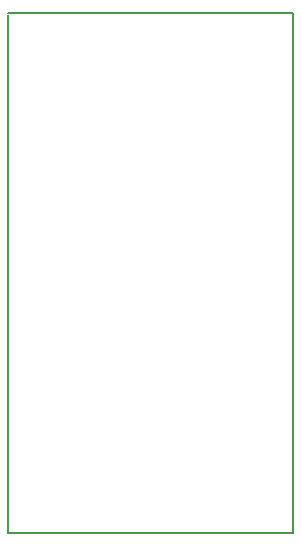
<source format=gbr>
G04 #@! TF.FileFunction,Profile,NP*
%FSLAX46Y46*%
G04 Gerber Fmt 4.6, Leading zero omitted, Abs format (unit mm)*
G04 Created by KiCad (PCBNEW 4.0.4+e1-6308~48~ubuntu16.04.1-stable) date Mon Nov 21 01:04:18 2016*
%MOMM*%
%LPD*%
G01*
G04 APERTURE LIST*
%ADD10C,0.100000*%
%ADD11C,0.150000*%
G04 APERTURE END LIST*
D10*
D11*
X146900000Y-102000000D02*
X146900000Y-58100000D01*
X147500000Y-102000000D02*
X146900000Y-102000000D01*
X147600000Y-58000000D02*
X146900000Y-58000000D01*
X171000000Y-102000000D02*
X147500000Y-102000000D01*
X171000000Y-58000000D02*
X171000000Y-102000000D01*
X147500000Y-58000000D02*
X171000000Y-58000000D01*
M02*

</source>
